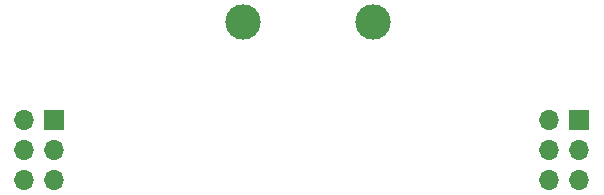
<source format=gbr>
%TF.GenerationSoftware,KiCad,Pcbnew,8.0.1*%
%TF.CreationDate,2024-04-21T16:39:34-04:00*%
%TF.ProjectId,breadboard_pwr_jumper,62726561-6462-46f6-9172-645f7077725f,rev?*%
%TF.SameCoordinates,PX5c38660PY52dfd20*%
%TF.FileFunction,Soldermask,Bot*%
%TF.FilePolarity,Negative*%
%FSLAX46Y46*%
G04 Gerber Fmt 4.6, Leading zero omitted, Abs format (unit mm)*
G04 Created by KiCad (PCBNEW 8.0.1) date 2024-04-21 16:39:34*
%MOMM*%
%LPD*%
G01*
G04 APERTURE LIST*
%ADD10C,3.000000*%
%ADD11R,1.700000X1.700000*%
%ADD12O,1.700000X1.700000*%
G04 APERTURE END LIST*
D10*
%TO.C,TP2*%
X21800000Y-4800000D03*
%TD*%
%TO.C,TP1*%
X32800000Y-4800000D03*
%TD*%
D11*
%TO.C,J2*%
X50290000Y-13100000D03*
D12*
X47750000Y-13100000D03*
X50290000Y-15640000D03*
X47750000Y-15640000D03*
X50290000Y-18180000D03*
X47750000Y-18180000D03*
%TD*%
D11*
%TO.C,J1*%
X5840000Y-13100000D03*
D12*
X3300000Y-13100000D03*
X5840000Y-15640000D03*
X3300000Y-15640000D03*
X5840000Y-18180000D03*
X3300000Y-18180000D03*
%TD*%
M02*

</source>
